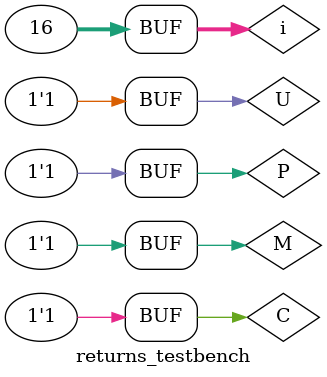
<source format=sv>

module returns (discounted, stolen, U, P, C, M);
	output logic discounted, stolen;
	input U, P, C, M;
	
	assign discounted = P | (U & C);
	assign stolen = (~M & ~P) & (~C | U);
endmodule


module returns_testbench();
	logic discounted, stolen;
	logic U, P, C, M;
	
	returns dut (.discounted, .stolen, .U, .P, .C, .M);
	
	// try all combinations
	integer i;
	initial begin
		for (i=0; i < 16; i++) begin
			{U, P, C, M} = i; #10;
		end
	end
endmodule

</source>
